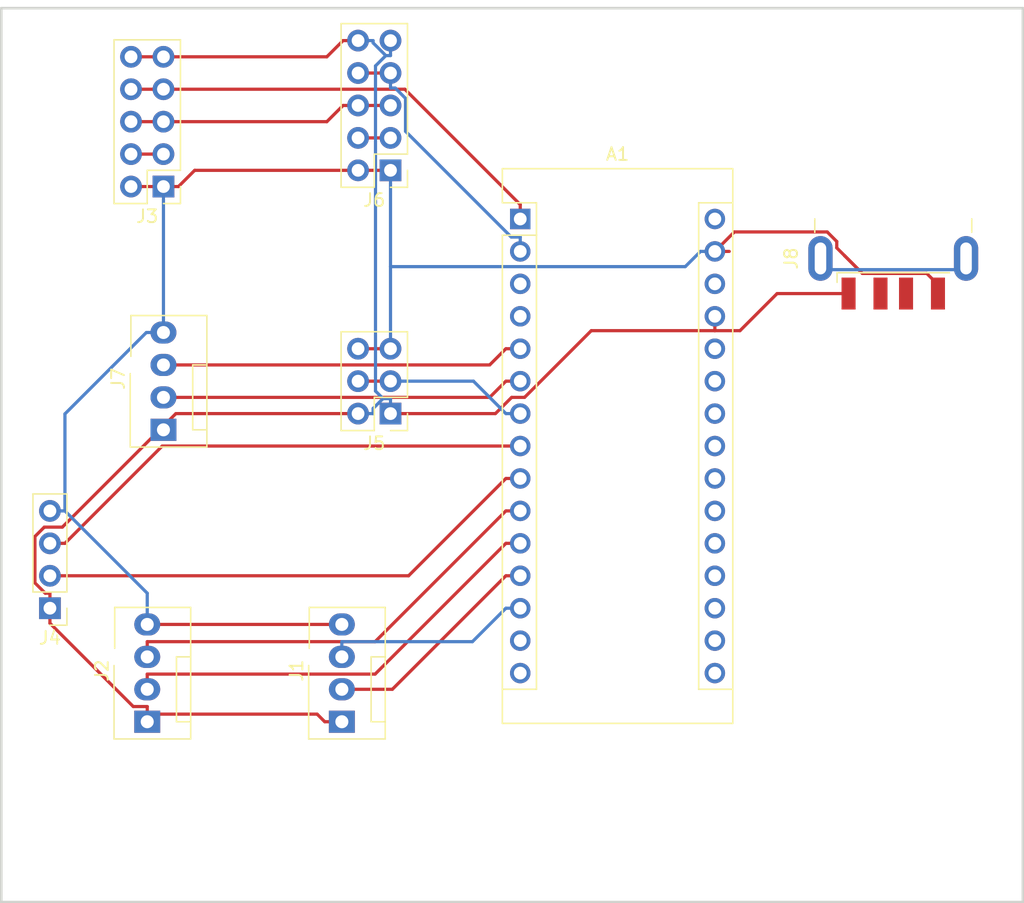
<source format=kicad_pcb>
(kicad_pcb (version 20171130) (host pcbnew 5.0.2-bee76a0~70~ubuntu14.04.1)

  (general
    (thickness 1.6)
    (drawings 4)
    (tracks 125)
    (zones 0)
    (modules 9)
    (nets 37)
  )

  (page A4)
  (layers
    (0 F.Cu signal)
    (31 B.Cu signal)
    (32 B.Adhes user)
    (33 F.Adhes user)
    (34 B.Paste user)
    (35 F.Paste user)
    (36 B.SilkS user)
    (37 F.SilkS user)
    (38 B.Mask user)
    (39 F.Mask user)
    (40 Dwgs.User user)
    (41 Cmts.User user)
    (42 Eco1.User user)
    (43 Eco2.User user)
    (44 Edge.Cuts user)
    (45 Margin user)
    (46 B.CrtYd user)
    (47 F.CrtYd user)
    (48 B.Fab user)
    (49 F.Fab user)
  )

  (setup
    (last_trace_width 0.25)
    (trace_clearance 0.2)
    (zone_clearance 0.508)
    (zone_45_only no)
    (trace_min 0.2)
    (segment_width 0.2)
    (edge_width 0.05)
    (via_size 0.8)
    (via_drill 0.4)
    (via_min_size 0.4)
    (via_min_drill 0.3)
    (uvia_size 0.3)
    (uvia_drill 0.1)
    (uvias_allowed no)
    (uvia_min_size 0.2)
    (uvia_min_drill 0.1)
    (pcb_text_width 0.3)
    (pcb_text_size 1.5 1.5)
    (mod_edge_width 0.12)
    (mod_text_size 1 1)
    (mod_text_width 0.15)
    (pad_size 1.524 1.524)
    (pad_drill 0.762)
    (pad_to_mask_clearance 0)
    (solder_mask_min_width 0.25)
    (aux_axis_origin 0 0)
    (visible_elements 7FFFFFFF)
    (pcbplotparams
      (layerselection 0x010fc_ffffffff)
      (usegerberextensions false)
      (usegerberattributes true)
      (usegerberadvancedattributes true)
      (creategerberjobfile true)
      (excludeedgelayer true)
      (linewidth 0.100000)
      (plotframeref false)
      (viasonmask false)
      (mode 1)
      (useauxorigin false)
      (hpglpennumber 1)
      (hpglpenspeed 20)
      (hpglpendiameter 15.000000)
      (psnegative false)
      (psa4output false)
      (plotreference true)
      (plotvalue true)
      (plotinvisibletext false)
      (padsonsilk false)
      (subtractmaskfromsilk false)
      (outputformat 1)
      (mirror false)
      (drillshape 1)
      (scaleselection 1)
      (outputdirectory ""))
  )

  (net 0 "")
  (net 1 "Net-(A1-Pad16)")
  (net 2 "Net-(A1-Pad15)")
  (net 3 "Net-(A1-Pad30)")
  (net 4 "Net-(A1-Pad14)")
  (net 5 GND)
  (net 6 "Net-(A1-Pad13)")
  (net 7 "Net-(A1-Pad28)")
  (net 8 "Net-(A1-Pad12)")
  (net 9 VCC)
  (net 10 "Net-(A1-Pad11)")
  (net 11 "Net-(A1-Pad26)")
  (net 12 "Net-(A1-Pad10)")
  (net 13 "Net-(A1-Pad25)")
  (net 14 "Net-(A1-Pad9)")
  (net 15 "Net-(A1-Pad24)")
  (net 16 "Net-(A1-Pad8)")
  (net 17 "Net-(A1-Pad23)")
  (net 18 "Net-(A1-Pad7)")
  (net 19 "Net-(A1-Pad22)")
  (net 20 "Net-(A1-Pad6)")
  (net 21 "Net-(A1-Pad21)")
  (net 22 "Net-(A1-Pad5)")
  (net 23 "Net-(A1-Pad20)")
  (net 24 "Net-(A1-Pad4)")
  (net 25 "Net-(A1-Pad19)")
  (net 26 "Net-(A1-Pad3)")
  (net 27 "Net-(A1-Pad18)")
  (net 28 "Net-(A1-Pad2)")
  (net 29 "Net-(A1-Pad17)")
  (net 30 "Net-(A1-Pad1)")
  (net 31 "Net-(J3-Pad5)")
  (net 32 "Net-(J3-Pad3)")
  (net 33 "Net-(J6-Pad3)")
  (net 34 "Net-(J8-Pad5)")
  (net 35 "Net-(J8-Pad3)")
  (net 36 "Net-(J8-Pad2)")

  (net_class Default "This is the default net class."
    (clearance 0.2)
    (trace_width 0.25)
    (via_dia 0.8)
    (via_drill 0.4)
    (uvia_dia 0.3)
    (uvia_drill 0.1)
    (add_net GND)
    (add_net "Net-(A1-Pad1)")
    (add_net "Net-(A1-Pad10)")
    (add_net "Net-(A1-Pad11)")
    (add_net "Net-(A1-Pad12)")
    (add_net "Net-(A1-Pad13)")
    (add_net "Net-(A1-Pad14)")
    (add_net "Net-(A1-Pad15)")
    (add_net "Net-(A1-Pad16)")
    (add_net "Net-(A1-Pad17)")
    (add_net "Net-(A1-Pad18)")
    (add_net "Net-(A1-Pad19)")
    (add_net "Net-(A1-Pad2)")
    (add_net "Net-(A1-Pad20)")
    (add_net "Net-(A1-Pad21)")
    (add_net "Net-(A1-Pad22)")
    (add_net "Net-(A1-Pad23)")
    (add_net "Net-(A1-Pad24)")
    (add_net "Net-(A1-Pad25)")
    (add_net "Net-(A1-Pad26)")
    (add_net "Net-(A1-Pad28)")
    (add_net "Net-(A1-Pad3)")
    (add_net "Net-(A1-Pad30)")
    (add_net "Net-(A1-Pad4)")
    (add_net "Net-(A1-Pad5)")
    (add_net "Net-(A1-Pad6)")
    (add_net "Net-(A1-Pad7)")
    (add_net "Net-(A1-Pad8)")
    (add_net "Net-(A1-Pad9)")
    (add_net "Net-(J3-Pad3)")
    (add_net "Net-(J3-Pad5)")
    (add_net "Net-(J6-Pad3)")
    (add_net "Net-(J8-Pad2)")
    (add_net "Net-(J8-Pad3)")
    (add_net "Net-(J8-Pad5)")
    (add_net VCC)
  )

  (module Connector_USB:USB_A_CNCTech_1001-011-01101_Horizontal (layer F.Cu) (tedit 5E754393) (tstamp 5FC1803B)
    (at 193.04 101.6 90)
    (descr "USB type A Plug, Horizontal, http://cnctech.us/pdfs/1001-011-01101.pdf")
    (tags USB-A)
    (path /5F89D42E)
    (attr smd)
    (fp_text reference J8 (at -6.9 -8 90) (layer F.SilkS)
      (effects (font (size 1 1) (thickness 0.15)))
    )
    (fp_text value USB_B (at 0 8 270) (layer F.Fab)
      (effects (font (size 1 1) (thickness 0.15)))
    )
    (fp_line (start -7.25 -4) (end -7.25 -3.05) (layer F.Fab) (width 0.1))
    (fp_line (start -7.75 -3.5) (end -7.25 -4) (layer F.Fab) (width 0.1))
    (fp_line (start -7.75 -3.5) (end -7.25 -3) (layer F.Fab) (width 0.1))
    (fp_line (start -8.02 -4.4) (end -8.775 -4.4) (layer F.SilkS) (width 0.12))
    (fp_line (start -11.4 4.55) (end -9.15 4.55) (layer F.CrtYd) (width 0.05))
    (fp_line (start -9.15 4.55) (end -9.15 7.15) (layer F.CrtYd) (width 0.05))
    (fp_line (start -9.15 7.15) (end -4.65 7.15) (layer F.CrtYd) (width 0.05))
    (fp_line (start -4.65 7.15) (end -4.65 6.52) (layer F.CrtYd) (width 0.05))
    (fp_line (start -4.65 6.52) (end 11.4 6.52) (layer F.CrtYd) (width 0.05))
    (fp_line (start 11.4 6.52) (end 11.4 -6.52) (layer F.CrtYd) (width 0.05))
    (fp_line (start -4.65 -6.52) (end 11.4 -6.52) (layer F.CrtYd) (width 0.05))
    (fp_line (start -4.65 -6.52) (end -4.65 -7.15) (layer F.CrtYd) (width 0.05))
    (fp_line (start -9.15 -7.15) (end -4.65 -7.15) (layer F.CrtYd) (width 0.05))
    (fp_line (start -9.15 -7.15) (end -9.15 -4.55) (layer F.CrtYd) (width 0.05))
    (fp_line (start -11.4 -4.55) (end -9.15 -4.55) (layer F.CrtYd) (width 0.05))
    (fp_line (start -11.4 4.55) (end -11.4 -4.55) (layer F.CrtYd) (width 0.05))
    (fp_line (start -4.85 6.145) (end -3.8 6.145) (layer F.SilkS) (width 0.12))
    (fp_line (start -4.85 -6.145) (end -3.8 -6.145) (layer F.SilkS) (width 0.12))
    (fp_line (start -3.8 6.025) (end -3.8 -6.025) (layer Dwgs.User) (width 0.1))
    (fp_line (start -8.02 -4.4) (end -8.02 4.4) (layer F.SilkS) (width 0.12))
    (fp_circle (center -6.9 2.3) (end -6.9 2.8) (layer F.Fab) (width 0.1))
    (fp_circle (center -6.9 -2.3) (end -6.9 -2.8) (layer F.Fab) (width 0.1))
    (fp_line (start -10.4 -3.25) (end -7.9 -3.25) (layer F.Fab) (width 0.1))
    (fp_line (start -10.4 -3.25) (end -10.4 -3.75) (layer F.Fab) (width 0.1))
    (fp_line (start -10.4 -3.75) (end -7.9 -3.75) (layer F.Fab) (width 0.1))
    (fp_line (start -10.4 -1.25) (end -7.9 -1.25) (layer F.Fab) (width 0.1))
    (fp_line (start -10.4 -0.75) (end -7.9 -0.75) (layer F.Fab) (width 0.1))
    (fp_line (start -10.4 -0.75) (end -10.4 -1.25) (layer F.Fab) (width 0.1))
    (fp_line (start -10.4 1.25) (end -7.9 1.25) (layer F.Fab) (width 0.1))
    (fp_line (start -10.4 1.25) (end -10.4 0.75) (layer F.Fab) (width 0.1))
    (fp_line (start -10.4 0.75) (end -7.9 0.75) (layer F.Fab) (width 0.1))
    (fp_line (start -10.4 3.75) (end -7.9 3.75) (layer F.Fab) (width 0.1))
    (fp_line (start -10.4 3.25) (end -7.9 3.25) (layer F.Fab) (width 0.1))
    (fp_line (start -10.4 3.75) (end -10.4 3.25) (layer F.Fab) (width 0.1))
    (fp_line (start 10.9 6.025) (end 10.9 -6.025) (layer F.Fab) (width 0.1))
    (fp_line (start -7.9 6.025) (end 10.9 6.025) (layer F.Fab) (width 0.1))
    (fp_line (start -7.9 -6.025) (end 10.9 -6.025) (layer F.Fab) (width 0.1))
    (fp_line (start -7.9 6.025) (end -7.9 -6.025) (layer F.Fab) (width 0.1))
    (fp_text user %R (at -6 0) (layer F.Fab)
      (effects (font (size 1 1) (thickness 0.15)))
    )
    (fp_text user "PCB Edge" (at -4.55 -0.05) (layer Dwgs.User)
      (effects (font (size 0.6 0.6) (thickness 0.09)))
    )
    (pad "" np_thru_hole circle (at -6.9 2.3 90) (size 1.1 1.1) (drill 1.1) (layers *.Cu *.Mask))
    (pad "" np_thru_hole circle (at -6.9 -2.3 90) (size 1.1 1.1) (drill 1.1) (layers *.Cu *.Mask))
    (pad 5 thru_hole oval (at -6.9 5.7 90) (size 3.5 1.9) (drill oval 2.5 0.9) (layers *.Cu *.Mask)
      (net 34 "Net-(J8-Pad5)"))
    (pad 5 thru_hole oval (at -6.9 -5.7 90) (size 3.5 1.9) (drill oval 2.5 0.9) (layers *.Cu *.Mask)
      (net 34 "Net-(J8-Pad5)"))
    (pad 4 smd rect (at -9.65 3.5 90) (size 2.5 1.1) (layers F.Cu F.Paste F.Mask)
      (net 5 GND))
    (pad 1 smd rect (at -9.65 -3.5 90) (size 2.5 1.1) (layers F.Cu F.Paste F.Mask)
      (net 9 VCC))
    (pad 3 smd rect (at -9.65 1 90) (size 2.5 1.1) (layers F.Cu F.Paste F.Mask)
      (net 35 "Net-(J8-Pad3)"))
    (pad 2 smd rect (at -9.65 -1 90) (size 2.5 1.1) (layers F.Cu F.Paste F.Mask)
      (net 36 "Net-(J8-Pad2)"))
    (model ${KISYS3DMOD}/Connector_USB.3dshapes/USB_A_CNCTech_1001-011-01101_Horizontal.wrl
      (at (xyz 0 0 0))
      (scale (xyz 1 1 1))
      (rotate (xyz 0 0 0))
    )
  )

  (module Connector:FanPinHeader_1x04_P2.54mm_Vertical (layer F.Cu) (tedit 5A19DE55) (tstamp 5FC18007)
    (at 135.89 121.92 90)
    (descr "4-pin CPU fan Through hole pin header, e.g. for Wieson part number 2366C888-007 Molex 47053-1000, Foxconn HF27040-M1, Tyco 1470947-1 or equivalent, see http://www.formfactors.org/developer%5Cspecs%5Crev1_2_public.pdf")
    (tags "pin header 4-pin CPU fan")
    (path /5F8A4E81)
    (fp_text reference J7 (at 4 -3.55 90) (layer F.SilkS)
      (effects (font (size 1 1) (thickness 0.15)))
    )
    (fp_text value U1 (at 4.05 4.35 90) (layer F.Fab)
      (effects (font (size 1 1) (thickness 0.15)))
    )
    (fp_line (start 9.35 -3.2) (end 9.35 3.8) (layer F.CrtYd) (width 0.05))
    (fp_line (start 9.35 -3.2) (end -1.75 -3.2) (layer F.CrtYd) (width 0.05))
    (fp_line (start -1.75 3.8) (end 9.35 3.8) (layer F.CrtYd) (width 0.05))
    (fp_line (start -1.75 3.8) (end -1.75 -3.2) (layer F.CrtYd) (width 0.05))
    (fp_line (start 5.08 2.29) (end 5.08 3.3) (layer F.SilkS) (width 0.12))
    (fp_line (start 0 2.29) (end 5.08 2.29) (layer F.SilkS) (width 0.12))
    (fp_line (start 0 3.3) (end 0 2.29) (layer F.SilkS) (width 0.12))
    (fp_line (start -1.25 -2.5) (end 4.4 -2.5) (layer F.Fab) (width 0.1))
    (fp_line (start -1.25 3.3) (end -1.25 -2.5) (layer F.Fab) (width 0.1))
    (fp_line (start -1.2 3.3) (end -1.25 3.3) (layer F.Fab) (width 0.1))
    (fp_line (start 8.85 3.3) (end -1.2 3.3) (layer F.Fab) (width 0.1))
    (fp_line (start 8.85 -2.5) (end 8.85 3.3) (layer F.Fab) (width 0.1))
    (fp_line (start 5.75 -2.5) (end 8.85 -2.5) (layer F.Fab) (width 0.1))
    (fp_line (start 0 2.3) (end 0 3.3) (layer F.Fab) (width 0.1))
    (fp_line (start 5.1 2.3) (end 0 2.3) (layer F.Fab) (width 0.1))
    (fp_line (start 5.1 3.3) (end 5.1 2.3) (layer F.Fab) (width 0.1))
    (fp_line (start -1.35 3.4) (end -1.35 -2.6) (layer F.SilkS) (width 0.12))
    (fp_line (start 8.95 3.4) (end -1.35 3.4) (layer F.SilkS) (width 0.12))
    (fp_line (start 8.95 -2.55) (end 8.95 3.4) (layer F.SilkS) (width 0.12))
    (fp_line (start 5.75 -2.55) (end 8.95 -2.55) (layer F.SilkS) (width 0.12))
    (fp_line (start -1.35 -2.6) (end 4.4 -2.6) (layer F.SilkS) (width 0.12))
    (fp_text user %R (at 1.85 -1.75 90) (layer F.Fab)
      (effects (font (size 1 1) (thickness 0.15)))
    )
    (pad "" np_thru_hole circle (at 5.08 -2.16 180) (size 1.1 1.1) (drill 1.1) (layers *.Cu *.Mask))
    (pad 4 thru_hole oval (at 7.62 0 180) (size 2.03 1.73) (drill 1.02) (layers *.Cu *.Mask)
      (net 5 GND))
    (pad 3 thru_hole oval (at 5.08 0 180) (size 2.03 1.73) (drill 1.02) (layers *.Cu *.Mask)
      (net 22 "Net-(A1-Pad5)"))
    (pad 2 thru_hole oval (at 2.54 0 180) (size 2.03 1.73) (drill 1.02) (layers *.Cu *.Mask)
      (net 20 "Net-(A1-Pad6)"))
    (pad 1 thru_hole rect (at 0 0 180) (size 2.03 1.73) (drill 1.02) (layers *.Cu *.Mask)
      (net 9 VCC))
    (model ${KISYS3DMOD}/Connector.3dshapes/FanPinHeader_1x04_P2.54mm_Vertical.wrl
      (at (xyz 0 0 0))
      (scale (xyz 1 1 1))
      (rotate (xyz 0 0 0))
    )
  )

  (module Connector_PinHeader_2.54mm:PinHeader_2x05_P2.54mm_Vertical (layer F.Cu) (tedit 59FED5CC) (tstamp 5FC17FE8)
    (at 153.67 101.6 180)
    (descr "Through hole straight pin header, 2x05, 2.54mm pitch, double rows")
    (tags "Through hole pin header THT 2x05 2.54mm double row")
    (path /5F89B987)
    (fp_text reference J6 (at 1.27 -2.33) (layer F.SilkS)
      (effects (font (size 1 1) (thickness 0.15)))
    )
    (fp_text value Conn_02x05_Odd_Even (at 1.27 12.49) (layer F.Fab)
      (effects (font (size 1 1) (thickness 0.15)))
    )
    (fp_line (start 4.35 -1.8) (end -1.8 -1.8) (layer F.CrtYd) (width 0.05))
    (fp_line (start 4.35 11.95) (end 4.35 -1.8) (layer F.CrtYd) (width 0.05))
    (fp_line (start -1.8 11.95) (end 4.35 11.95) (layer F.CrtYd) (width 0.05))
    (fp_line (start -1.8 -1.8) (end -1.8 11.95) (layer F.CrtYd) (width 0.05))
    (fp_line (start -1.33 -1.33) (end 0 -1.33) (layer F.SilkS) (width 0.12))
    (fp_line (start -1.33 0) (end -1.33 -1.33) (layer F.SilkS) (width 0.12))
    (fp_line (start 1.27 -1.33) (end 3.87 -1.33) (layer F.SilkS) (width 0.12))
    (fp_line (start 1.27 1.27) (end 1.27 -1.33) (layer F.SilkS) (width 0.12))
    (fp_line (start -1.33 1.27) (end 1.27 1.27) (layer F.SilkS) (width 0.12))
    (fp_line (start 3.87 -1.33) (end 3.87 11.49) (layer F.SilkS) (width 0.12))
    (fp_line (start -1.33 1.27) (end -1.33 11.49) (layer F.SilkS) (width 0.12))
    (fp_line (start -1.33 11.49) (end 3.87 11.49) (layer F.SilkS) (width 0.12))
    (fp_line (start -1.27 0) (end 0 -1.27) (layer F.Fab) (width 0.1))
    (fp_line (start -1.27 11.43) (end -1.27 0) (layer F.Fab) (width 0.1))
    (fp_line (start 3.81 11.43) (end -1.27 11.43) (layer F.Fab) (width 0.1))
    (fp_line (start 3.81 -1.27) (end 3.81 11.43) (layer F.Fab) (width 0.1))
    (fp_line (start 0 -1.27) (end 3.81 -1.27) (layer F.Fab) (width 0.1))
    (fp_text user %R (at 1.27 5.08 90) (layer F.Fab)
      (effects (font (size 1 1) (thickness 0.15)))
    )
    (pad 10 thru_hole oval (at 2.54 10.16 180) (size 1.7 1.7) (drill 1) (layers *.Cu *.Mask)
      (net 9 VCC))
    (pad 9 thru_hole oval (at 0 10.16 180) (size 1.7 1.7) (drill 1) (layers *.Cu *.Mask)
      (net 9 VCC))
    (pad 8 thru_hole oval (at 2.54 7.62 180) (size 1.7 1.7) (drill 1) (layers *.Cu *.Mask)
      (net 28 "Net-(A1-Pad2)"))
    (pad 7 thru_hole oval (at 0 7.62 180) (size 1.7 1.7) (drill 1) (layers *.Cu *.Mask)
      (net 28 "Net-(A1-Pad2)"))
    (pad 6 thru_hole oval (at 2.54 5.08 180) (size 1.7 1.7) (drill 1) (layers *.Cu *.Mask)
      (net 31 "Net-(J3-Pad5)"))
    (pad 5 thru_hole oval (at 0 5.08 180) (size 1.7 1.7) (drill 1) (layers *.Cu *.Mask)
      (net 31 "Net-(J3-Pad5)"))
    (pad 4 thru_hole oval (at 2.54 2.54 180) (size 1.7 1.7) (drill 1) (layers *.Cu *.Mask)
      (net 33 "Net-(J6-Pad3)"))
    (pad 3 thru_hole oval (at 0 2.54 180) (size 1.7 1.7) (drill 1) (layers *.Cu *.Mask)
      (net 33 "Net-(J6-Pad3)"))
    (pad 2 thru_hole oval (at 2.54 0 180) (size 1.7 1.7) (drill 1) (layers *.Cu *.Mask)
      (net 5 GND))
    (pad 1 thru_hole rect (at 0 0 180) (size 1.7 1.7) (drill 1) (layers *.Cu *.Mask)
      (net 5 GND))
    (model ${KISYS3DMOD}/Connector_PinHeader_2.54mm.3dshapes/PinHeader_2x05_P2.54mm_Vertical.wrl
      (at (xyz 0 0 0))
      (scale (xyz 1 1 1))
      (rotate (xyz 0 0 0))
    )
  )

  (module Connector_PinHeader_2.54mm:PinHeader_2x03_P2.54mm_Vertical (layer F.Cu) (tedit 59FED5CC) (tstamp 5FC17FC8)
    (at 153.67 120.65 180)
    (descr "Through hole straight pin header, 2x03, 2.54mm pitch, double rows")
    (tags "Through hole pin header THT 2x03 2.54mm double row")
    (path /5F8A6E1C)
    (fp_text reference J5 (at 1.27 -2.33) (layer F.SilkS)
      (effects (font (size 1 1) (thickness 0.15)))
    )
    (fp_text value Conn_02x03_Odd_Even (at 1.27 7.41) (layer F.Fab)
      (effects (font (size 1 1) (thickness 0.15)))
    )
    (fp_line (start 4.35 -1.8) (end -1.8 -1.8) (layer F.CrtYd) (width 0.05))
    (fp_line (start 4.35 6.85) (end 4.35 -1.8) (layer F.CrtYd) (width 0.05))
    (fp_line (start -1.8 6.85) (end 4.35 6.85) (layer F.CrtYd) (width 0.05))
    (fp_line (start -1.8 -1.8) (end -1.8 6.85) (layer F.CrtYd) (width 0.05))
    (fp_line (start -1.33 -1.33) (end 0 -1.33) (layer F.SilkS) (width 0.12))
    (fp_line (start -1.33 0) (end -1.33 -1.33) (layer F.SilkS) (width 0.12))
    (fp_line (start 1.27 -1.33) (end 3.87 -1.33) (layer F.SilkS) (width 0.12))
    (fp_line (start 1.27 1.27) (end 1.27 -1.33) (layer F.SilkS) (width 0.12))
    (fp_line (start -1.33 1.27) (end 1.27 1.27) (layer F.SilkS) (width 0.12))
    (fp_line (start 3.87 -1.33) (end 3.87 6.41) (layer F.SilkS) (width 0.12))
    (fp_line (start -1.33 1.27) (end -1.33 6.41) (layer F.SilkS) (width 0.12))
    (fp_line (start -1.33 6.41) (end 3.87 6.41) (layer F.SilkS) (width 0.12))
    (fp_line (start -1.27 0) (end 0 -1.27) (layer F.Fab) (width 0.1))
    (fp_line (start -1.27 6.35) (end -1.27 0) (layer F.Fab) (width 0.1))
    (fp_line (start 3.81 6.35) (end -1.27 6.35) (layer F.Fab) (width 0.1))
    (fp_line (start 3.81 -1.27) (end 3.81 6.35) (layer F.Fab) (width 0.1))
    (fp_line (start 0 -1.27) (end 3.81 -1.27) (layer F.Fab) (width 0.1))
    (fp_text user %R (at 1.27 2.54 90) (layer F.Fab)
      (effects (font (size 1 1) (thickness 0.15)))
    )
    (pad 6 thru_hole oval (at 2.54 5.08 180) (size 1.7 1.7) (drill 1) (layers *.Cu *.Mask)
      (net 5 GND))
    (pad 5 thru_hole oval (at 0 5.08 180) (size 1.7 1.7) (drill 1) (layers *.Cu *.Mask)
      (net 5 GND))
    (pad 4 thru_hole oval (at 2.54 2.54 180) (size 1.7 1.7) (drill 1) (layers *.Cu *.Mask)
      (net 18 "Net-(A1-Pad7)"))
    (pad 3 thru_hole oval (at 0 2.54 180) (size 1.7 1.7) (drill 1) (layers *.Cu *.Mask)
      (net 18 "Net-(A1-Pad7)"))
    (pad 2 thru_hole oval (at 2.54 0 180) (size 1.7 1.7) (drill 1) (layers *.Cu *.Mask)
      (net 9 VCC))
    (pad 1 thru_hole rect (at 0 0 180) (size 1.7 1.7) (drill 1) (layers *.Cu *.Mask)
      (net 9 VCC))
    (model ${KISYS3DMOD}/Connector_PinHeader_2.54mm.3dshapes/PinHeader_2x03_P2.54mm_Vertical.wrl
      (at (xyz 0 0 0))
      (scale (xyz 1 1 1))
      (rotate (xyz 0 0 0))
    )
  )

  (module Connector_PinHeader_2.54mm:PinHeader_1x04_P2.54mm_Vertical (layer F.Cu) (tedit 59FED5CC) (tstamp 5FC17FAC)
    (at 127 135.89 180)
    (descr "Through hole straight pin header, 1x04, 2.54mm pitch, single row")
    (tags "Through hole pin header THT 1x04 2.54mm single row")
    (path /5F8A5392)
    (fp_text reference J4 (at 0 -2.33) (layer F.SilkS)
      (effects (font (size 1 1) (thickness 0.15)))
    )
    (fp_text value U2 (at 0 9.95) (layer F.Fab)
      (effects (font (size 1 1) (thickness 0.15)))
    )
    (fp_line (start 1.8 -1.8) (end -1.8 -1.8) (layer F.CrtYd) (width 0.05))
    (fp_line (start 1.8 9.4) (end 1.8 -1.8) (layer F.CrtYd) (width 0.05))
    (fp_line (start -1.8 9.4) (end 1.8 9.4) (layer F.CrtYd) (width 0.05))
    (fp_line (start -1.8 -1.8) (end -1.8 9.4) (layer F.CrtYd) (width 0.05))
    (fp_line (start -1.33 -1.33) (end 0 -1.33) (layer F.SilkS) (width 0.12))
    (fp_line (start -1.33 0) (end -1.33 -1.33) (layer F.SilkS) (width 0.12))
    (fp_line (start -1.33 1.27) (end 1.33 1.27) (layer F.SilkS) (width 0.12))
    (fp_line (start 1.33 1.27) (end 1.33 8.95) (layer F.SilkS) (width 0.12))
    (fp_line (start -1.33 1.27) (end -1.33 8.95) (layer F.SilkS) (width 0.12))
    (fp_line (start -1.33 8.95) (end 1.33 8.95) (layer F.SilkS) (width 0.12))
    (fp_line (start -1.27 -0.635) (end -0.635 -1.27) (layer F.Fab) (width 0.1))
    (fp_line (start -1.27 8.89) (end -1.27 -0.635) (layer F.Fab) (width 0.1))
    (fp_line (start 1.27 8.89) (end -1.27 8.89) (layer F.Fab) (width 0.1))
    (fp_line (start 1.27 -1.27) (end 1.27 8.89) (layer F.Fab) (width 0.1))
    (fp_line (start -0.635 -1.27) (end 1.27 -1.27) (layer F.Fab) (width 0.1))
    (fp_text user %R (at 0 3.81 90) (layer F.Fab)
      (effects (font (size 1 1) (thickness 0.15)))
    )
    (pad 4 thru_hole oval (at 0 7.62 180) (size 1.7 1.7) (drill 1) (layers *.Cu *.Mask)
      (net 5 GND))
    (pad 3 thru_hole oval (at 0 5.08 180) (size 1.7 1.7) (drill 1) (layers *.Cu *.Mask)
      (net 16 "Net-(A1-Pad8)"))
    (pad 2 thru_hole oval (at 0 2.54 180) (size 1.7 1.7) (drill 1) (layers *.Cu *.Mask)
      (net 14 "Net-(A1-Pad9)"))
    (pad 1 thru_hole rect (at 0 0 180) (size 1.7 1.7) (drill 1) (layers *.Cu *.Mask)
      (net 9 VCC))
    (model ${KISYS3DMOD}/Connector_PinHeader_2.54mm.3dshapes/PinHeader_1x04_P2.54mm_Vertical.wrl
      (at (xyz 0 0 0))
      (scale (xyz 1 1 1))
      (rotate (xyz 0 0 0))
    )
  )

  (module Connector_PinHeader_2.54mm:PinHeader_2x05_P2.54mm_Vertical (layer F.Cu) (tedit 59FED5CC) (tstamp 5FC17F94)
    (at 135.89 102.87 180)
    (descr "Through hole straight pin header, 2x05, 2.54mm pitch, double rows")
    (tags "Through hole pin header THT 2x05 2.54mm double row")
    (path /5F89ABE1)
    (fp_text reference J3 (at 1.27 -2.33) (layer F.SilkS)
      (effects (font (size 1 1) (thickness 0.15)))
    )
    (fp_text value Conn_02x05_Odd_Even (at 1.27 12.49) (layer F.Fab)
      (effects (font (size 1 1) (thickness 0.15)))
    )
    (fp_line (start 4.35 -1.8) (end -1.8 -1.8) (layer F.CrtYd) (width 0.05))
    (fp_line (start 4.35 11.95) (end 4.35 -1.8) (layer F.CrtYd) (width 0.05))
    (fp_line (start -1.8 11.95) (end 4.35 11.95) (layer F.CrtYd) (width 0.05))
    (fp_line (start -1.8 -1.8) (end -1.8 11.95) (layer F.CrtYd) (width 0.05))
    (fp_line (start -1.33 -1.33) (end 0 -1.33) (layer F.SilkS) (width 0.12))
    (fp_line (start -1.33 0) (end -1.33 -1.33) (layer F.SilkS) (width 0.12))
    (fp_line (start 1.27 -1.33) (end 3.87 -1.33) (layer F.SilkS) (width 0.12))
    (fp_line (start 1.27 1.27) (end 1.27 -1.33) (layer F.SilkS) (width 0.12))
    (fp_line (start -1.33 1.27) (end 1.27 1.27) (layer F.SilkS) (width 0.12))
    (fp_line (start 3.87 -1.33) (end 3.87 11.49) (layer F.SilkS) (width 0.12))
    (fp_line (start -1.33 1.27) (end -1.33 11.49) (layer F.SilkS) (width 0.12))
    (fp_line (start -1.33 11.49) (end 3.87 11.49) (layer F.SilkS) (width 0.12))
    (fp_line (start -1.27 0) (end 0 -1.27) (layer F.Fab) (width 0.1))
    (fp_line (start -1.27 11.43) (end -1.27 0) (layer F.Fab) (width 0.1))
    (fp_line (start 3.81 11.43) (end -1.27 11.43) (layer F.Fab) (width 0.1))
    (fp_line (start 3.81 -1.27) (end 3.81 11.43) (layer F.Fab) (width 0.1))
    (fp_line (start 0 -1.27) (end 3.81 -1.27) (layer F.Fab) (width 0.1))
    (fp_text user %R (at 1.27 5.08 90) (layer F.Fab)
      (effects (font (size 1 1) (thickness 0.15)))
    )
    (pad 10 thru_hole oval (at 2.54 10.16 180) (size 1.7 1.7) (drill 1) (layers *.Cu *.Mask)
      (net 9 VCC))
    (pad 9 thru_hole oval (at 0 10.16 180) (size 1.7 1.7) (drill 1) (layers *.Cu *.Mask)
      (net 9 VCC))
    (pad 8 thru_hole oval (at 2.54 7.62 180) (size 1.7 1.7) (drill 1) (layers *.Cu *.Mask)
      (net 30 "Net-(A1-Pad1)"))
    (pad 7 thru_hole oval (at 0 7.62 180) (size 1.7 1.7) (drill 1) (layers *.Cu *.Mask)
      (net 30 "Net-(A1-Pad1)"))
    (pad 6 thru_hole oval (at 2.54 5.08 180) (size 1.7 1.7) (drill 1) (layers *.Cu *.Mask)
      (net 31 "Net-(J3-Pad5)"))
    (pad 5 thru_hole oval (at 0 5.08 180) (size 1.7 1.7) (drill 1) (layers *.Cu *.Mask)
      (net 31 "Net-(J3-Pad5)"))
    (pad 4 thru_hole oval (at 2.54 2.54 180) (size 1.7 1.7) (drill 1) (layers *.Cu *.Mask)
      (net 32 "Net-(J3-Pad3)"))
    (pad 3 thru_hole oval (at 0 2.54 180) (size 1.7 1.7) (drill 1) (layers *.Cu *.Mask)
      (net 32 "Net-(J3-Pad3)"))
    (pad 2 thru_hole oval (at 2.54 0 180) (size 1.7 1.7) (drill 1) (layers *.Cu *.Mask)
      (net 5 GND))
    (pad 1 thru_hole rect (at 0 0 180) (size 1.7 1.7) (drill 1) (layers *.Cu *.Mask)
      (net 5 GND))
    (model ${KISYS3DMOD}/Connector_PinHeader_2.54mm.3dshapes/PinHeader_2x05_P2.54mm_Vertical.wrl
      (at (xyz 0 0 0))
      (scale (xyz 1 1 1))
      (rotate (xyz 0 0 0))
    )
  )

  (module Connector:FanPinHeader_1x04_P2.54mm_Vertical (layer F.Cu) (tedit 5A19DE55) (tstamp 5FC17F74)
    (at 134.62 144.78 90)
    (descr "4-pin CPU fan Through hole pin header, e.g. for Wieson part number 2366C888-007 Molex 47053-1000, Foxconn HF27040-M1, Tyco 1470947-1 or equivalent, see http://www.formfactors.org/developer%5Cspecs%5Crev1_2_public.pdf")
    (tags "pin header 4-pin CPU fan")
    (path /5F8A5C9D)
    (fp_text reference J2 (at 4 -3.55 90) (layer F.SilkS)
      (effects (font (size 1 1) (thickness 0.15)))
    )
    (fp_text value U3 (at 4.05 4.35 90) (layer F.Fab)
      (effects (font (size 1 1) (thickness 0.15)))
    )
    (fp_line (start 9.35 -3.2) (end 9.35 3.8) (layer F.CrtYd) (width 0.05))
    (fp_line (start 9.35 -3.2) (end -1.75 -3.2) (layer F.CrtYd) (width 0.05))
    (fp_line (start -1.75 3.8) (end 9.35 3.8) (layer F.CrtYd) (width 0.05))
    (fp_line (start -1.75 3.8) (end -1.75 -3.2) (layer F.CrtYd) (width 0.05))
    (fp_line (start 5.08 2.29) (end 5.08 3.3) (layer F.SilkS) (width 0.12))
    (fp_line (start 0 2.29) (end 5.08 2.29) (layer F.SilkS) (width 0.12))
    (fp_line (start 0 3.3) (end 0 2.29) (layer F.SilkS) (width 0.12))
    (fp_line (start -1.25 -2.5) (end 4.4 -2.5) (layer F.Fab) (width 0.1))
    (fp_line (start -1.25 3.3) (end -1.25 -2.5) (layer F.Fab) (width 0.1))
    (fp_line (start -1.2 3.3) (end -1.25 3.3) (layer F.Fab) (width 0.1))
    (fp_line (start 8.85 3.3) (end -1.2 3.3) (layer F.Fab) (width 0.1))
    (fp_line (start 8.85 -2.5) (end 8.85 3.3) (layer F.Fab) (width 0.1))
    (fp_line (start 5.75 -2.5) (end 8.85 -2.5) (layer F.Fab) (width 0.1))
    (fp_line (start 0 2.3) (end 0 3.3) (layer F.Fab) (width 0.1))
    (fp_line (start 5.1 2.3) (end 0 2.3) (layer F.Fab) (width 0.1))
    (fp_line (start 5.1 3.3) (end 5.1 2.3) (layer F.Fab) (width 0.1))
    (fp_line (start -1.35 3.4) (end -1.35 -2.6) (layer F.SilkS) (width 0.12))
    (fp_line (start 8.95 3.4) (end -1.35 3.4) (layer F.SilkS) (width 0.12))
    (fp_line (start 8.95 -2.55) (end 8.95 3.4) (layer F.SilkS) (width 0.12))
    (fp_line (start 5.75 -2.55) (end 8.95 -2.55) (layer F.SilkS) (width 0.12))
    (fp_line (start -1.35 -2.6) (end 4.4 -2.6) (layer F.SilkS) (width 0.12))
    (fp_text user %R (at 1.85 -1.75 90) (layer F.Fab)
      (effects (font (size 1 1) (thickness 0.15)))
    )
    (pad "" np_thru_hole circle (at 5.08 -2.16 180) (size 1.1 1.1) (drill 1.1) (layers *.Cu *.Mask))
    (pad 4 thru_hole oval (at 7.62 0 180) (size 2.03 1.73) (drill 1.02) (layers *.Cu *.Mask)
      (net 5 GND))
    (pad 3 thru_hole oval (at 5.08 0 180) (size 2.03 1.73) (drill 1.02) (layers *.Cu *.Mask)
      (net 12 "Net-(A1-Pad10)"))
    (pad 2 thru_hole oval (at 2.54 0 180) (size 2.03 1.73) (drill 1.02) (layers *.Cu *.Mask)
      (net 10 "Net-(A1-Pad11)"))
    (pad 1 thru_hole rect (at 0 0 180) (size 2.03 1.73) (drill 1.02) (layers *.Cu *.Mask)
      (net 9 VCC))
    (model ${KISYS3DMOD}/Connector.3dshapes/FanPinHeader_1x04_P2.54mm_Vertical.wrl
      (at (xyz 0 0 0))
      (scale (xyz 1 1 1))
      (rotate (xyz 0 0 0))
    )
  )

  (module Connector:FanPinHeader_1x04_P2.54mm_Vertical (layer F.Cu) (tedit 5A19DE55) (tstamp 5FC17F55)
    (at 149.86 144.78 90)
    (descr "4-pin CPU fan Through hole pin header, e.g. for Wieson part number 2366C888-007 Molex 47053-1000, Foxconn HF27040-M1, Tyco 1470947-1 or equivalent, see http://www.formfactors.org/developer%5Cspecs%5Crev1_2_public.pdf")
    (tags "pin header 4-pin CPU fan")
    (path /5F8A64B7)
    (fp_text reference J1 (at 4 -3.55 90) (layer F.SilkS)
      (effects (font (size 1 1) (thickness 0.15)))
    )
    (fp_text value U4 (at 4.05 4.35 90) (layer F.Fab)
      (effects (font (size 1 1) (thickness 0.15)))
    )
    (fp_line (start 9.35 -3.2) (end 9.35 3.8) (layer F.CrtYd) (width 0.05))
    (fp_line (start 9.35 -3.2) (end -1.75 -3.2) (layer F.CrtYd) (width 0.05))
    (fp_line (start -1.75 3.8) (end 9.35 3.8) (layer F.CrtYd) (width 0.05))
    (fp_line (start -1.75 3.8) (end -1.75 -3.2) (layer F.CrtYd) (width 0.05))
    (fp_line (start 5.08 2.29) (end 5.08 3.3) (layer F.SilkS) (width 0.12))
    (fp_line (start 0 2.29) (end 5.08 2.29) (layer F.SilkS) (width 0.12))
    (fp_line (start 0 3.3) (end 0 2.29) (layer F.SilkS) (width 0.12))
    (fp_line (start -1.25 -2.5) (end 4.4 -2.5) (layer F.Fab) (width 0.1))
    (fp_line (start -1.25 3.3) (end -1.25 -2.5) (layer F.Fab) (width 0.1))
    (fp_line (start -1.2 3.3) (end -1.25 3.3) (layer F.Fab) (width 0.1))
    (fp_line (start 8.85 3.3) (end -1.2 3.3) (layer F.Fab) (width 0.1))
    (fp_line (start 8.85 -2.5) (end 8.85 3.3) (layer F.Fab) (width 0.1))
    (fp_line (start 5.75 -2.5) (end 8.85 -2.5) (layer F.Fab) (width 0.1))
    (fp_line (start 0 2.3) (end 0 3.3) (layer F.Fab) (width 0.1))
    (fp_line (start 5.1 2.3) (end 0 2.3) (layer F.Fab) (width 0.1))
    (fp_line (start 5.1 3.3) (end 5.1 2.3) (layer F.Fab) (width 0.1))
    (fp_line (start -1.35 3.4) (end -1.35 -2.6) (layer F.SilkS) (width 0.12))
    (fp_line (start 8.95 3.4) (end -1.35 3.4) (layer F.SilkS) (width 0.12))
    (fp_line (start 8.95 -2.55) (end 8.95 3.4) (layer F.SilkS) (width 0.12))
    (fp_line (start 5.75 -2.55) (end 8.95 -2.55) (layer F.SilkS) (width 0.12))
    (fp_line (start -1.35 -2.6) (end 4.4 -2.6) (layer F.SilkS) (width 0.12))
    (fp_text user %R (at 1.85 -1.75 90) (layer F.Fab)
      (effects (font (size 1 1) (thickness 0.15)))
    )
    (pad "" np_thru_hole circle (at 5.08 -2.16 180) (size 1.1 1.1) (drill 1.1) (layers *.Cu *.Mask))
    (pad 4 thru_hole oval (at 7.62 0 180) (size 2.03 1.73) (drill 1.02) (layers *.Cu *.Mask)
      (net 5 GND))
    (pad 3 thru_hole oval (at 5.08 0 180) (size 2.03 1.73) (drill 1.02) (layers *.Cu *.Mask)
      (net 6 "Net-(A1-Pad13)"))
    (pad 2 thru_hole oval (at 2.54 0 180) (size 2.03 1.73) (drill 1.02) (layers *.Cu *.Mask)
      (net 8 "Net-(A1-Pad12)"))
    (pad 1 thru_hole rect (at 0 0 180) (size 2.03 1.73) (drill 1.02) (layers *.Cu *.Mask)
      (net 9 VCC))
    (model ${KISYS3DMOD}/Connector.3dshapes/FanPinHeader_1x04_P2.54mm_Vertical.wrl
      (at (xyz 0 0 0))
      (scale (xyz 1 1 1))
      (rotate (xyz 0 0 0))
    )
  )

  (module Module:Arduino_Nano (layer F.Cu) (tedit 58ACAF70) (tstamp 5FC17F36)
    (at 163.83 105.41)
    (descr "Arduino Nano, http://www.mouser.com/pdfdocs/Gravitech_Arduino_Nano3_0.pdf")
    (tags "Arduino Nano")
    (path /5F89FA0E)
    (fp_text reference A1 (at 7.62 -5.08) (layer F.SilkS)
      (effects (font (size 1 1) (thickness 0.15)))
    )
    (fp_text value Arduino_Nano_v3.x (at 8.89 19.05 90) (layer F.Fab)
      (effects (font (size 1 1) (thickness 0.15)))
    )
    (fp_line (start 16.75 42.16) (end -1.53 42.16) (layer F.CrtYd) (width 0.05))
    (fp_line (start 16.75 42.16) (end 16.75 -4.06) (layer F.CrtYd) (width 0.05))
    (fp_line (start -1.53 -4.06) (end -1.53 42.16) (layer F.CrtYd) (width 0.05))
    (fp_line (start -1.53 -4.06) (end 16.75 -4.06) (layer F.CrtYd) (width 0.05))
    (fp_line (start 16.51 -3.81) (end 16.51 39.37) (layer F.Fab) (width 0.1))
    (fp_line (start 0 -3.81) (end 16.51 -3.81) (layer F.Fab) (width 0.1))
    (fp_line (start -1.27 -2.54) (end 0 -3.81) (layer F.Fab) (width 0.1))
    (fp_line (start -1.27 39.37) (end -1.27 -2.54) (layer F.Fab) (width 0.1))
    (fp_line (start 16.51 39.37) (end -1.27 39.37) (layer F.Fab) (width 0.1))
    (fp_line (start 16.64 -3.94) (end -1.4 -3.94) (layer F.SilkS) (width 0.12))
    (fp_line (start 16.64 39.5) (end 16.64 -3.94) (layer F.SilkS) (width 0.12))
    (fp_line (start -1.4 39.5) (end 16.64 39.5) (layer F.SilkS) (width 0.12))
    (fp_line (start 3.81 41.91) (end 3.81 31.75) (layer F.Fab) (width 0.1))
    (fp_line (start 11.43 41.91) (end 3.81 41.91) (layer F.Fab) (width 0.1))
    (fp_line (start 11.43 31.75) (end 11.43 41.91) (layer F.Fab) (width 0.1))
    (fp_line (start 3.81 31.75) (end 11.43 31.75) (layer F.Fab) (width 0.1))
    (fp_line (start 1.27 36.83) (end -1.4 36.83) (layer F.SilkS) (width 0.12))
    (fp_line (start 1.27 1.27) (end 1.27 36.83) (layer F.SilkS) (width 0.12))
    (fp_line (start 1.27 1.27) (end -1.4 1.27) (layer F.SilkS) (width 0.12))
    (fp_line (start 13.97 36.83) (end 16.64 36.83) (layer F.SilkS) (width 0.12))
    (fp_line (start 13.97 -1.27) (end 13.97 36.83) (layer F.SilkS) (width 0.12))
    (fp_line (start 13.97 -1.27) (end 16.64 -1.27) (layer F.SilkS) (width 0.12))
    (fp_line (start -1.4 -3.94) (end -1.4 -1.27) (layer F.SilkS) (width 0.12))
    (fp_line (start -1.4 1.27) (end -1.4 39.5) (layer F.SilkS) (width 0.12))
    (fp_line (start 1.27 -1.27) (end -1.4 -1.27) (layer F.SilkS) (width 0.12))
    (fp_line (start 1.27 1.27) (end 1.27 -1.27) (layer F.SilkS) (width 0.12))
    (fp_text user %R (at 6.35 19.05 90) (layer F.Fab)
      (effects (font (size 1 1) (thickness 0.15)))
    )
    (pad 16 thru_hole oval (at 15.24 35.56) (size 1.6 1.6) (drill 1) (layers *.Cu *.Mask)
      (net 1 "Net-(A1-Pad16)"))
    (pad 15 thru_hole oval (at 0 35.56) (size 1.6 1.6) (drill 1) (layers *.Cu *.Mask)
      (net 2 "Net-(A1-Pad15)"))
    (pad 30 thru_hole oval (at 15.24 0) (size 1.6 1.6) (drill 1) (layers *.Cu *.Mask)
      (net 3 "Net-(A1-Pad30)"))
    (pad 14 thru_hole oval (at 0 33.02) (size 1.6 1.6) (drill 1) (layers *.Cu *.Mask)
      (net 4 "Net-(A1-Pad14)"))
    (pad 29 thru_hole oval (at 15.24 2.54) (size 1.6 1.6) (drill 1) (layers *.Cu *.Mask)
      (net 5 GND))
    (pad 13 thru_hole oval (at 0 30.48) (size 1.6 1.6) (drill 1) (layers *.Cu *.Mask)
      (net 6 "Net-(A1-Pad13)"))
    (pad 28 thru_hole oval (at 15.24 5.08) (size 1.6 1.6) (drill 1) (layers *.Cu *.Mask)
      (net 7 "Net-(A1-Pad28)"))
    (pad 12 thru_hole oval (at 0 27.94) (size 1.6 1.6) (drill 1) (layers *.Cu *.Mask)
      (net 8 "Net-(A1-Pad12)"))
    (pad 27 thru_hole oval (at 15.24 7.62) (size 1.6 1.6) (drill 1) (layers *.Cu *.Mask)
      (net 9 VCC))
    (pad 11 thru_hole oval (at 0 25.4) (size 1.6 1.6) (drill 1) (layers *.Cu *.Mask)
      (net 10 "Net-(A1-Pad11)"))
    (pad 26 thru_hole oval (at 15.24 10.16) (size 1.6 1.6) (drill 1) (layers *.Cu *.Mask)
      (net 11 "Net-(A1-Pad26)"))
    (pad 10 thru_hole oval (at 0 22.86) (size 1.6 1.6) (drill 1) (layers *.Cu *.Mask)
      (net 12 "Net-(A1-Pad10)"))
    (pad 25 thru_hole oval (at 15.24 12.7) (size 1.6 1.6) (drill 1) (layers *.Cu *.Mask)
      (net 13 "Net-(A1-Pad25)"))
    (pad 9 thru_hole oval (at 0 20.32) (size 1.6 1.6) (drill 1) (layers *.Cu *.Mask)
      (net 14 "Net-(A1-Pad9)"))
    (pad 24 thru_hole oval (at 15.24 15.24) (size 1.6 1.6) (drill 1) (layers *.Cu *.Mask)
      (net 15 "Net-(A1-Pad24)"))
    (pad 8 thru_hole oval (at 0 17.78) (size 1.6 1.6) (drill 1) (layers *.Cu *.Mask)
      (net 16 "Net-(A1-Pad8)"))
    (pad 23 thru_hole oval (at 15.24 17.78) (size 1.6 1.6) (drill 1) (layers *.Cu *.Mask)
      (net 17 "Net-(A1-Pad23)"))
    (pad 7 thru_hole oval (at 0 15.24) (size 1.6 1.6) (drill 1) (layers *.Cu *.Mask)
      (net 18 "Net-(A1-Pad7)"))
    (pad 22 thru_hole oval (at 15.24 20.32) (size 1.6 1.6) (drill 1) (layers *.Cu *.Mask)
      (net 19 "Net-(A1-Pad22)"))
    (pad 6 thru_hole oval (at 0 12.7) (size 1.6 1.6) (drill 1) (layers *.Cu *.Mask)
      (net 20 "Net-(A1-Pad6)"))
    (pad 21 thru_hole oval (at 15.24 22.86) (size 1.6 1.6) (drill 1) (layers *.Cu *.Mask)
      (net 21 "Net-(A1-Pad21)"))
    (pad 5 thru_hole oval (at 0 10.16) (size 1.6 1.6) (drill 1) (layers *.Cu *.Mask)
      (net 22 "Net-(A1-Pad5)"))
    (pad 20 thru_hole oval (at 15.24 25.4) (size 1.6 1.6) (drill 1) (layers *.Cu *.Mask)
      (net 23 "Net-(A1-Pad20)"))
    (pad 4 thru_hole oval (at 0 7.62) (size 1.6 1.6) (drill 1) (layers *.Cu *.Mask)
      (net 24 "Net-(A1-Pad4)"))
    (pad 19 thru_hole oval (at 15.24 27.94) (size 1.6 1.6) (drill 1) (layers *.Cu *.Mask)
      (net 25 "Net-(A1-Pad19)"))
    (pad 3 thru_hole oval (at 0 5.08) (size 1.6 1.6) (drill 1) (layers *.Cu *.Mask)
      (net 26 "Net-(A1-Pad3)"))
    (pad 18 thru_hole oval (at 15.24 30.48) (size 1.6 1.6) (drill 1) (layers *.Cu *.Mask)
      (net 27 "Net-(A1-Pad18)"))
    (pad 2 thru_hole oval (at 0 2.54) (size 1.6 1.6) (drill 1) (layers *.Cu *.Mask)
      (net 28 "Net-(A1-Pad2)"))
    (pad 17 thru_hole oval (at 15.24 33.02) (size 1.6 1.6) (drill 1) (layers *.Cu *.Mask)
      (net 29 "Net-(A1-Pad17)"))
    (pad 1 thru_hole rect (at 0 0) (size 1.6 1.6) (drill 1) (layers *.Cu *.Mask)
      (net 30 "Net-(A1-Pad1)"))
    (model ${KISYS3DMOD}/Module.3dshapes/Arduino_Nano_WithMountingHoles.wrl
      (at (xyz 0 0 0))
      (scale (xyz 1 1 1))
      (rotate (xyz 0 0 0))
    )
  )

  (gr_line (start 203.19 158.9) (end 203.19 88.9) (layer Edge.Cuts) (width 0.2))
  (gr_line (start 123.19 158.9) (end 203.19 158.9) (layer Edge.Cuts) (width 0.2))
  (gr_line (start 203.19 88.9) (end 123.19 88.9) (layer Edge.Cuts) (width 0.2))
  (gr_line (start 123.19 158.9) (end 123.19 88.9) (layer Edge.Cuts) (width 0.2))

  (segment (start 135.89 102.87) (end 137.0653 102.87) (width 0.25) (layer F.Cu) (net 5))
  (segment (start 151.13 101.6) (end 138.3353 101.6) (width 0.25) (layer F.Cu) (net 5))
  (segment (start 138.3353 101.6) (end 137.0653 102.87) (width 0.25) (layer F.Cu) (net 5))
  (segment (start 153.67 101.6) (end 151.13 101.6) (width 0.25) (layer F.Cu) (net 5))
  (segment (start 153.67 109.1406) (end 153.67 101.6) (width 0.25) (layer B.Cu) (net 5))
  (segment (start 153.67 115.57) (end 153.67 109.1406) (width 0.25) (layer B.Cu) (net 5))
  (segment (start 177.9447 107.95) (end 176.7541 109.1406) (width 0.25) (layer B.Cu) (net 5))
  (segment (start 176.7541 109.1406) (end 153.67 109.1406) (width 0.25) (layer B.Cu) (net 5))
  (segment (start 179.07 107.95) (end 177.9447 107.95) (width 0.25) (layer B.Cu) (net 5))
  (segment (start 128.1753 128.27) (end 134.62 134.7147) (width 0.25) (layer B.Cu) (net 5))
  (segment (start 134.62 134.7147) (end 134.62 137.16) (width 0.25) (layer B.Cu) (net 5))
  (segment (start 128.1753 128.27) (end 128.1753 120.6744) (width 0.25) (layer B.Cu) (net 5))
  (segment (start 128.1753 120.6744) (end 134.5497 114.3) (width 0.25) (layer B.Cu) (net 5))
  (segment (start 127 128.27) (end 128.1753 128.27) (width 0.25) (layer B.Cu) (net 5))
  (segment (start 135.89 114.3) (end 134.5497 114.3) (width 0.25) (layer B.Cu) (net 5))
  (segment (start 135.89 102.87) (end 135.89 114.3) (width 0.25) (layer B.Cu) (net 5))
  (segment (start 179.07 107.95) (end 180.1953 107.95) (width 0.25) (layer F.Cu) (net 5))
  (segment (start 149.86 137.16) (end 134.62 137.16) (width 0.25) (layer F.Cu) (net 5))
  (segment (start 153.67 115.57) (end 151.13 115.57) (width 0.25) (layer F.Cu) (net 5))
  (segment (start 135.89 102.87) (end 133.35 102.87) (width 0.25) (layer F.Cu) (net 5))
  (segment (start 180.59501 106.42499) (end 179.07 107.95) (width 0.25) (layer F.Cu) (net 5))
  (segment (start 187.868126 106.42499) (end 180.59501 106.42499) (width 0.25) (layer F.Cu) (net 5))
  (segment (start 188.61501 107.670012) (end 188.61501 107.171874) (width 0.25) (layer F.Cu) (net 5))
  (segment (start 188.61501 107.171874) (end 187.868126 106.42499) (width 0.25) (layer F.Cu) (net 5))
  (segment (start 196.54 110.55) (end 196.54 111.25) (width 0.25) (layer F.Cu) (net 5))
  (segment (start 195.6647 109.6747) (end 196.839699 110.849699) (width 0.25) (layer F.Cu) (net 5))
  (segment (start 190.619698 109.6747) (end 195.6647 109.6747) (width 0.25) (layer F.Cu) (net 5))
  (segment (start 189.23 108.285002) (end 190.319999 109.375001) (width 0.25) (layer F.Cu) (net 5))
  (segment (start 190.619698 109.6747) (end 189.23 108.285002) (width 0.25) (layer F.Cu) (net 5))
  (segment (start 189.23 108.285002) (end 188.61501 107.670012) (width 0.25) (layer F.Cu) (net 5))
  (segment (start 163.83 135.89) (end 162.7047 135.89) (width 0.25) (layer B.Cu) (net 6))
  (segment (start 149.86 139.7) (end 149.86 138.5097) (width 0.25) (layer B.Cu) (net 6))
  (segment (start 162.7047 135.89) (end 160.085 138.5097) (width 0.25) (layer B.Cu) (net 6))
  (segment (start 160.085 138.5097) (end 149.86 138.5097) (width 0.25) (layer B.Cu) (net 6))
  (segment (start 163.83 133.35) (end 162.7047 133.35) (width 0.25) (layer F.Cu) (net 8))
  (segment (start 162.7047 133.35) (end 153.8147 142.24) (width 0.25) (layer F.Cu) (net 8))
  (segment (start 153.8147 142.24) (end 149.86 142.24) (width 0.25) (layer F.Cu) (net 8))
  (segment (start 151.13 120.65) (end 136.8624 120.65) (width 0.25) (layer F.Cu) (net 9))
  (segment (start 136.8624 120.65) (end 135.89 121.6224) (width 0.25) (layer F.Cu) (net 9))
  (segment (start 127 135.89) (end 127 134.7147) (width 0.25) (layer F.Cu) (net 9))
  (segment (start 135.89 121.6224) (end 127.9724 129.54) (width 0.25) (layer F.Cu) (net 9))
  (segment (start 127.9724 129.54) (end 126.5591 129.54) (width 0.25) (layer F.Cu) (net 9))
  (segment (start 126.5591 129.54) (end 125.8247 130.2744) (width 0.25) (layer F.Cu) (net 9))
  (segment (start 125.8247 130.2744) (end 125.8247 133.9068) (width 0.25) (layer F.Cu) (net 9))
  (segment (start 125.8247 133.9068) (end 126.6326 134.7147) (width 0.25) (layer F.Cu) (net 9))
  (segment (start 126.6326 134.7147) (end 127 134.7147) (width 0.25) (layer F.Cu) (net 9))
  (segment (start 135.89 121.92) (end 135.89 121.6224) (width 0.25) (layer F.Cu) (net 9))
  (segment (start 153.3027 92.6153) (end 153.67 92.6153) (width 0.25) (layer B.Cu) (net 9))
  (segment (start 153.0841 119.4747) (end 152.4947 118.8853) (width 0.25) (layer B.Cu) (net 9))
  (segment (start 152.4947 118.8853) (end 152.4947 93.4233) (width 0.25) (layer B.Cu) (net 9))
  (segment (start 152.4947 93.4233) (end 153.3027 92.6153) (width 0.25) (layer B.Cu) (net 9))
  (segment (start 153.3027 92.6153) (end 152.3053 91.6179) (width 0.25) (layer B.Cu) (net 9))
  (segment (start 152.3053 91.6179) (end 152.3053 91.44) (width 0.25) (layer B.Cu) (net 9))
  (segment (start 151.13 91.44) (end 152.3053 91.44) (width 0.25) (layer B.Cu) (net 9))
  (segment (start 153.67 119.4747) (end 153.0841 119.4747) (width 0.25) (layer B.Cu) (net 9))
  (segment (start 153.0841 119.4747) (end 152.3053 120.2535) (width 0.25) (layer B.Cu) (net 9))
  (segment (start 152.3053 120.2535) (end 152.3053 120.65) (width 0.25) (layer B.Cu) (net 9))
  (segment (start 151.13 120.65) (end 152.3053 120.65) (width 0.25) (layer B.Cu) (net 9))
  (segment (start 149.86 144.78) (end 148.5197 144.78) (width 0.25) (layer F.Cu) (net 9))
  (segment (start 134.62 144.1848) (end 147.9245 144.1848) (width 0.25) (layer F.Cu) (net 9))
  (segment (start 147.9245 144.1848) (end 148.5197 144.78) (width 0.25) (layer F.Cu) (net 9))
  (segment (start 134.62 144.1848) (end 134.62 143.5897) (width 0.25) (layer F.Cu) (net 9))
  (segment (start 134.62 144.78) (end 134.62 144.1848) (width 0.25) (layer F.Cu) (net 9))
  (segment (start 127 135.89) (end 127 137.0653) (width 0.25) (layer F.Cu) (net 9))
  (segment (start 127 137.0653) (end 133.5244 143.5897) (width 0.25) (layer F.Cu) (net 9))
  (segment (start 133.5244 143.5897) (end 134.62 143.5897) (width 0.25) (layer F.Cu) (net 9))
  (segment (start 153.67 120.65) (end 161.8854 120.65) (width 0.25) (layer F.Cu) (net 9))
  (segment (start 161.8854 120.65) (end 163.1554 119.38) (width 0.25) (layer F.Cu) (net 9))
  (segment (start 163.1554 119.38) (end 164.1678 119.38) (width 0.25) (layer F.Cu) (net 9))
  (segment (start 164.1678 119.38) (end 169.3925 114.1553) (width 0.25) (layer F.Cu) (net 9))
  (segment (start 169.3925 114.1553) (end 179.07 114.1553) (width 0.25) (layer F.Cu) (net 9))
  (segment (start 153.67 120.65) (end 153.67 119.4747) (width 0.25) (layer B.Cu) (net 9))
  (segment (start 153.67 91.44) (end 153.67 92.6153) (width 0.25) (layer B.Cu) (net 9))
  (segment (start 151.13 91.44) (end 149.9547 91.44) (width 0.25) (layer F.Cu) (net 9))
  (segment (start 135.89 92.71) (end 148.6847 92.71) (width 0.25) (layer F.Cu) (net 9))
  (segment (start 148.6847 92.71) (end 149.9547 91.44) (width 0.25) (layer F.Cu) (net 9))
  (segment (start 133.35 92.71) (end 135.89 92.71) (width 0.25) (layer F.Cu) (net 9))
  (segment (start 179.07 113.03) (end 179.07 114.1553) (width 0.25) (layer F.Cu) (net 9))
  (segment (start 183.9445 111.25) (end 189.54 111.25) (width 0.25) (layer F.Cu) (net 9))
  (segment (start 181.0392 114.1553) (end 183.9445 111.25) (width 0.25) (layer F.Cu) (net 9))
  (segment (start 179.07 114.1553) (end 181.0392 114.1553) (width 0.25) (layer F.Cu) (net 9))
  (segment (start 162.7047 130.81) (end 152.465 141.0497) (width 0.25) (layer F.Cu) (net 10))
  (segment (start 152.465 141.0497) (end 134.62 141.0497) (width 0.25) (layer F.Cu) (net 10))
  (segment (start 134.62 142.24) (end 134.62 141.0497) (width 0.25) (layer F.Cu) (net 10))
  (segment (start 163.83 130.81) (end 162.7047 130.81) (width 0.25) (layer F.Cu) (net 10))
  (segment (start 134.62 139.7) (end 134.62 138.5097) (width 0.25) (layer F.Cu) (net 12))
  (segment (start 163.83 128.27) (end 162.7047 128.27) (width 0.25) (layer F.Cu) (net 12))
  (segment (start 162.7047 128.27) (end 152.465 138.5097) (width 0.25) (layer F.Cu) (net 12))
  (segment (start 152.465 138.5097) (end 134.62 138.5097) (width 0.25) (layer F.Cu) (net 12))
  (segment (start 162.7047 125.73) (end 155.0847 133.35) (width 0.25) (layer F.Cu) (net 14))
  (segment (start 155.0847 133.35) (end 127 133.35) (width 0.25) (layer F.Cu) (net 14))
  (segment (start 163.83 125.73) (end 162.7047 125.73) (width 0.25) (layer F.Cu) (net 14))
  (segment (start 127 130.81) (end 128.1753 130.81) (width 0.25) (layer F.Cu) (net 16))
  (segment (start 163.83 123.19) (end 135.7953 123.19) (width 0.25) (layer F.Cu) (net 16))
  (segment (start 135.7953 123.19) (end 128.1753 130.81) (width 0.25) (layer F.Cu) (net 16))
  (segment (start 153.67 118.11) (end 151.13 118.11) (width 0.25) (layer F.Cu) (net 18))
  (segment (start 163.83 120.65) (end 162.7047 120.65) (width 0.25) (layer B.Cu) (net 18))
  (segment (start 162.7047 120.65) (end 160.1647 118.11) (width 0.25) (layer B.Cu) (net 18))
  (segment (start 160.1647 118.11) (end 153.67 118.11) (width 0.25) (layer B.Cu) (net 18))
  (segment (start 163.83 118.11) (end 162.7047 118.11) (width 0.25) (layer F.Cu) (net 20))
  (segment (start 162.7047 118.11) (end 161.4347 119.38) (width 0.25) (layer F.Cu) (net 20))
  (segment (start 161.4347 119.38) (end 135.89 119.38) (width 0.25) (layer F.Cu) (net 20))
  (segment (start 163.83 115.57) (end 162.7047 115.57) (width 0.25) (layer F.Cu) (net 22))
  (segment (start 162.7047 115.57) (end 161.4347 116.84) (width 0.25) (layer F.Cu) (net 22))
  (segment (start 161.4347 116.84) (end 135.89 116.84) (width 0.25) (layer F.Cu) (net 22))
  (segment (start 153.67 93.98) (end 153.67 95.1553) (width 0.25) (layer B.Cu) (net 28))
  (segment (start 163.83 107.95) (end 163.83 106.8247) (width 0.25) (layer B.Cu) (net 28))
  (segment (start 163.83 106.8247) (end 163.1266 106.8247) (width 0.25) (layer B.Cu) (net 28))
  (segment (start 163.1266 106.8247) (end 154.8453 98.5434) (width 0.25) (layer B.Cu) (net 28))
  (segment (start 154.8453 98.5434) (end 154.8453 95.9632) (width 0.25) (layer B.Cu) (net 28))
  (segment (start 154.8453 95.9632) (end 154.0374 95.1553) (width 0.25) (layer B.Cu) (net 28))
  (segment (start 154.0374 95.1553) (end 153.67 95.1553) (width 0.25) (layer B.Cu) (net 28))
  (segment (start 153.67 93.98) (end 151.13 93.98) (width 0.25) (layer F.Cu) (net 28))
  (segment (start 135.89 95.25) (end 133.35 95.25) (width 0.25) (layer F.Cu) (net 30))
  (segment (start 163.83 104.2847) (end 154.7953 95.25) (width 0.25) (layer F.Cu) (net 30))
  (segment (start 154.7953 95.25) (end 135.89 95.25) (width 0.25) (layer F.Cu) (net 30))
  (segment (start 163.83 105.41) (end 163.83 104.2847) (width 0.25) (layer F.Cu) (net 30))
  (segment (start 153.67 96.52) (end 151.13 96.52) (width 0.25) (layer F.Cu) (net 31))
  (segment (start 151.13 96.52) (end 149.9547 96.52) (width 0.25) (layer F.Cu) (net 31))
  (segment (start 135.89 97.79) (end 148.6847 97.79) (width 0.25) (layer F.Cu) (net 31))
  (segment (start 148.6847 97.79) (end 149.9547 96.52) (width 0.25) (layer F.Cu) (net 31))
  (segment (start 133.35 97.79) (end 135.89 97.79) (width 0.25) (layer F.Cu) (net 31))
  (segment (start 135.89 100.33) (end 133.35 100.33) (width 0.25) (layer F.Cu) (net 32))
  (segment (start 153.67 99.06) (end 151.13 99.06) (width 0.25) (layer F.Cu) (net 33))
  (segment (start 188.2179 109.3779) (end 197.8621 109.3779) (width 0.25) (layer B.Cu) (net 34))

)

</source>
